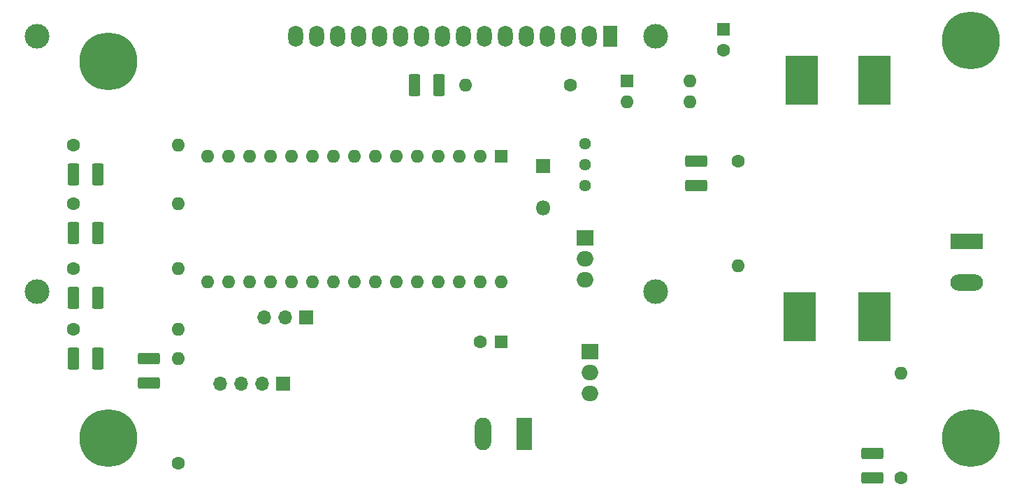
<source format=gbr>
%TF.GenerationSoftware,KiCad,Pcbnew,(6.0.5)*%
%TF.CreationDate,2022-05-15T12:42:04+02:00*%
%TF.ProjectId,pid_controller,7069645f-636f-46e7-9472-6f6c6c65722e,1.0*%
%TF.SameCoordinates,Original*%
%TF.FileFunction,Soldermask,Top*%
%TF.FilePolarity,Negative*%
%FSLAX46Y46*%
G04 Gerber Fmt 4.6, Leading zero omitted, Abs format (unit mm)*
G04 Created by KiCad (PCBNEW (6.0.5)) date 2022-05-15 12:42:04*
%MOMM*%
%LPD*%
G01*
G04 APERTURE LIST*
G04 Aperture macros list*
%AMRoundRect*
0 Rectangle with rounded corners*
0 $1 Rounding radius*
0 $2 $3 $4 $5 $6 $7 $8 $9 X,Y pos of 4 corners*
0 Add a 4 corners polygon primitive as box body*
4,1,4,$2,$3,$4,$5,$6,$7,$8,$9,$2,$3,0*
0 Add four circle primitives for the rounded corners*
1,1,$1+$1,$2,$3*
1,1,$1+$1,$4,$5*
1,1,$1+$1,$6,$7*
1,1,$1+$1,$8,$9*
0 Add four rect primitives between the rounded corners*
20,1,$1+$1,$2,$3,$4,$5,0*
20,1,$1+$1,$4,$5,$6,$7,0*
20,1,$1+$1,$6,$7,$8,$9,0*
20,1,$1+$1,$8,$9,$2,$3,0*%
G04 Aperture macros list end*
%ADD10R,1.700000X1.700000*%
%ADD11O,1.700000X1.700000*%
%ADD12C,1.440000*%
%ADD13R,1.600000X1.600000*%
%ADD14C,1.600000*%
%ADD15R,3.960000X1.980000*%
%ADD16O,3.960000X1.980000*%
%ADD17RoundRect,0.250001X0.462499X1.074999X-0.462499X1.074999X-0.462499X-1.074999X0.462499X-1.074999X0*%
%ADD18R,2.000000X1.905000*%
%ADD19O,2.000000X1.905000*%
%ADD20RoundRect,0.250001X1.074999X-0.462499X1.074999X0.462499X-1.074999X0.462499X-1.074999X-0.462499X0*%
%ADD21O,1.600000X1.600000*%
%ADD22RoundRect,0.250001X-1.074999X0.462499X-1.074999X-0.462499X1.074999X-0.462499X1.074999X0.462499X0*%
%ADD23C,7.000000*%
%ADD24R,1.800000X1.800000*%
%ADD25O,1.800000X1.800000*%
%ADD26RoundRect,0.250001X-0.462499X-1.074999X0.462499X-1.074999X0.462499X1.074999X-0.462499X1.074999X0*%
%ADD27R,1.980000X3.960000*%
%ADD28O,1.980000X3.960000*%
%ADD29R,3.900000X6.000000*%
%ADD30C,3.000000*%
%ADD31R,1.800000X2.600000*%
%ADD32O,1.800000X2.600000*%
G04 APERTURE END LIST*
D10*
%TO.C,J4*%
X109728000Y-102616000D03*
D11*
X107188000Y-102616000D03*
X104648000Y-102616000D03*
X102108000Y-102616000D03*
%TD*%
D12*
%TO.C,RV1*%
X146277018Y-73504991D03*
X146277018Y-76044991D03*
X146277018Y-78584991D03*
%TD*%
D13*
%TO.C,C1*%
X136144000Y-97536000D03*
D14*
X133644000Y-97536000D03*
%TD*%
D15*
%TO.C,J1*%
X192532000Y-85344000D03*
D16*
X192532000Y-90344000D03*
%TD*%
D17*
%TO.C,R5*%
X128589100Y-66446400D03*
X125614100Y-66446400D03*
%TD*%
D18*
%TO.C,U1*%
X146277018Y-84963000D03*
D19*
X146277018Y-87503000D03*
X146277018Y-90043000D03*
%TD*%
D20*
%TO.C,R3*%
X181102000Y-114060300D03*
X181102000Y-111085300D03*
%TD*%
D14*
%TO.C,R14*%
X84328000Y-96012000D03*
D21*
X97028000Y-96012000D03*
%TD*%
D14*
%TO.C,R2*%
X164896800Y-75641200D03*
D21*
X164896800Y-88341200D03*
%TD*%
D22*
%TO.C,R1*%
X159766000Y-75626900D03*
X159766000Y-78601900D03*
%TD*%
D23*
%TO.C,Hole3*%
X193040000Y-109220000D03*
%TD*%
D20*
%TO.C,R11*%
X93472000Y-102579500D03*
X93472000Y-99604500D03*
%TD*%
D24*
%TO.C,D1*%
X141224000Y-76200000D03*
D25*
X141224000Y-81280000D03*
%TD*%
D13*
%TO.C,C2*%
X163068000Y-59639200D03*
D14*
X163068000Y-62139200D03*
%TD*%
D26*
%TO.C,R15*%
X84364500Y-92202000D03*
X87339500Y-92202000D03*
%TD*%
D23*
%TO.C,Hole2*%
X88540000Y-109220000D03*
%TD*%
%TO.C,Hole4*%
X193040000Y-60960000D03*
%TD*%
D13*
%TO.C,A1*%
X136117018Y-75028991D03*
D21*
X133577018Y-75028991D03*
X131037018Y-75028991D03*
X128497018Y-75028991D03*
X125957018Y-75028991D03*
X123417018Y-75028991D03*
X120877018Y-75028991D03*
X118337018Y-75028991D03*
X115797018Y-75028991D03*
X113257018Y-75028991D03*
X110717018Y-75028991D03*
X108177018Y-75028991D03*
X105637018Y-75028991D03*
X103097018Y-75028991D03*
X100557018Y-75028991D03*
X100557018Y-90268991D03*
X103097018Y-90268991D03*
X105637018Y-90268991D03*
X108177018Y-90268991D03*
X110717018Y-90268991D03*
X113257018Y-90268991D03*
X115797018Y-90268991D03*
X118337018Y-90268991D03*
X120877018Y-90268991D03*
X123417018Y-90268991D03*
X125957018Y-90268991D03*
X128497018Y-90268991D03*
X131037018Y-90268991D03*
X133577018Y-90268991D03*
X136117018Y-90268991D03*
%TD*%
D10*
%TO.C,U2*%
X112495018Y-94586991D03*
D11*
X109955018Y-94586991D03*
X107415018Y-94586991D03*
%TD*%
D13*
%TO.C,U5*%
X151434800Y-65887600D03*
D21*
X151434800Y-68427600D03*
X159054800Y-68427600D03*
X159054800Y-65887600D03*
%TD*%
D14*
%TO.C,R4*%
X184556400Y-114046000D03*
D21*
X184556400Y-101346000D03*
%TD*%
D26*
%TO.C,R7*%
X84364500Y-84328000D03*
X87339500Y-84328000D03*
%TD*%
D14*
%TO.C,R10*%
X84328000Y-73660000D03*
D21*
X97028000Y-73660000D03*
%TD*%
D18*
%TO.C,Q1*%
X146913600Y-98755200D03*
D19*
X146913600Y-101295200D03*
X146913600Y-103835200D03*
%TD*%
D26*
%TO.C,R13*%
X84364500Y-99568000D03*
X87339500Y-99568000D03*
%TD*%
D14*
%TO.C,R6*%
X144576800Y-66446400D03*
D21*
X131876800Y-66446400D03*
%TD*%
D23*
%TO.C,Hole1*%
X88540000Y-63500000D03*
%TD*%
D14*
%TO.C,R16*%
X84328000Y-88646000D03*
D21*
X97028000Y-88646000D03*
%TD*%
D14*
%TO.C,R12*%
X97078800Y-112268000D03*
D21*
X97078800Y-99568000D03*
%TD*%
D14*
%TO.C,R8*%
X84328000Y-80772000D03*
D21*
X97028000Y-80772000D03*
%TD*%
D26*
%TO.C,R9*%
X84364500Y-77216000D03*
X87339500Y-77216000D03*
%TD*%
D27*
%TO.C,J2*%
X138938000Y-108712000D03*
D28*
X133938000Y-108712000D03*
%TD*%
D29*
%TO.C,U3*%
X181347600Y-94518000D03*
X172313600Y-94518000D03*
X181347600Y-65786000D03*
X172567600Y-65786000D03*
%TD*%
D30*
%TO.C,DS1*%
X154901900Y-91503500D03*
X154901900Y-60502800D03*
X79902800Y-60502800D03*
X79903320Y-91503500D03*
D31*
X149402800Y-60502800D03*
D32*
X146862800Y-60502800D03*
X144322800Y-60502800D03*
X141782800Y-60502800D03*
X139242800Y-60502800D03*
X136702800Y-60502800D03*
X134162800Y-60502800D03*
X131622800Y-60502800D03*
X129082800Y-60502800D03*
X126542800Y-60502800D03*
X124002800Y-60502800D03*
X121462800Y-60502800D03*
X118922800Y-60502800D03*
X116382800Y-60502800D03*
X113842800Y-60502800D03*
X111302800Y-60502800D03*
%TD*%
M02*

</source>
